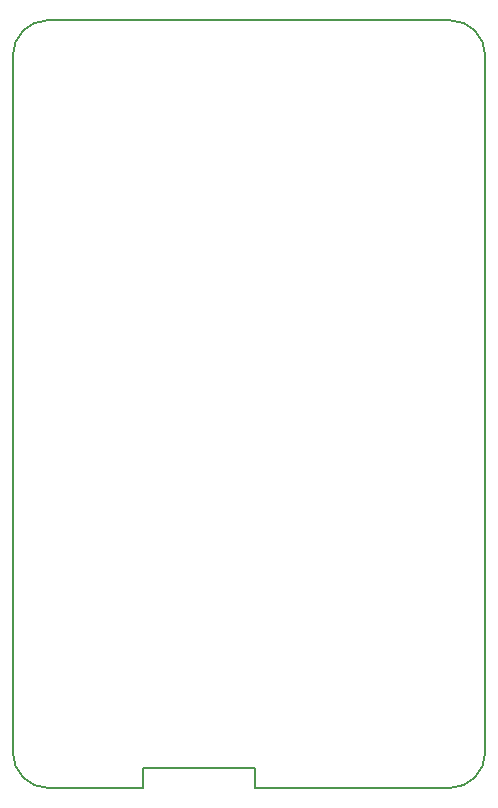
<source format=gm1>
G04 #@! TF.GenerationSoftware,KiCad,Pcbnew,(5.1.4-dirty)*
G04 #@! TF.CreationDate,2020-05-21T00:04:07+08:00*
G04 #@! TF.ProjectId,cicada-4g,63696361-6461-42d3-9467-2e6b69636164,0.1*
G04 #@! TF.SameCoordinates,PX7cee6c0PY3dfd240*
G04 #@! TF.FileFunction,Profile,NP*
%FSLAX46Y46*%
G04 Gerber Fmt 4.6, Leading zero omitted, Abs format (unit mm)*
G04 Created by KiCad (PCBNEW (5.1.4-dirty)) date 2020-05-21 00:04:07*
%MOMM*%
%LPD*%
G04 APERTURE LIST*
%ADD10C,0.150000*%
G04 APERTURE END LIST*
D10*
X20500000Y-65000000D02*
X37000000Y-65000000D01*
X20500000Y-63300000D02*
X20500000Y-65000000D01*
X11000000Y-63300000D02*
X20500000Y-63300000D01*
X11000000Y-65000000D02*
X11000000Y-63300000D01*
X3000000Y-65000000D02*
G75*
G02X0Y-62000000I0J3000000D01*
G01*
X40000000Y-62000000D02*
G75*
G02X37000000Y-65000000I-3000000J0D01*
G01*
X37000000Y0D02*
G75*
G02X40000000Y-3000000I0J-3000000D01*
G01*
X0Y-3000000D02*
G75*
G02X3000000Y0I3000000J0D01*
G01*
X0Y-62000000D02*
X0Y-3000000D01*
X11000000Y-65000000D02*
X3000000Y-65000000D01*
X40000000Y-3000000D02*
X40000000Y-62000000D01*
X3000000Y0D02*
X37000000Y0D01*
M02*

</source>
